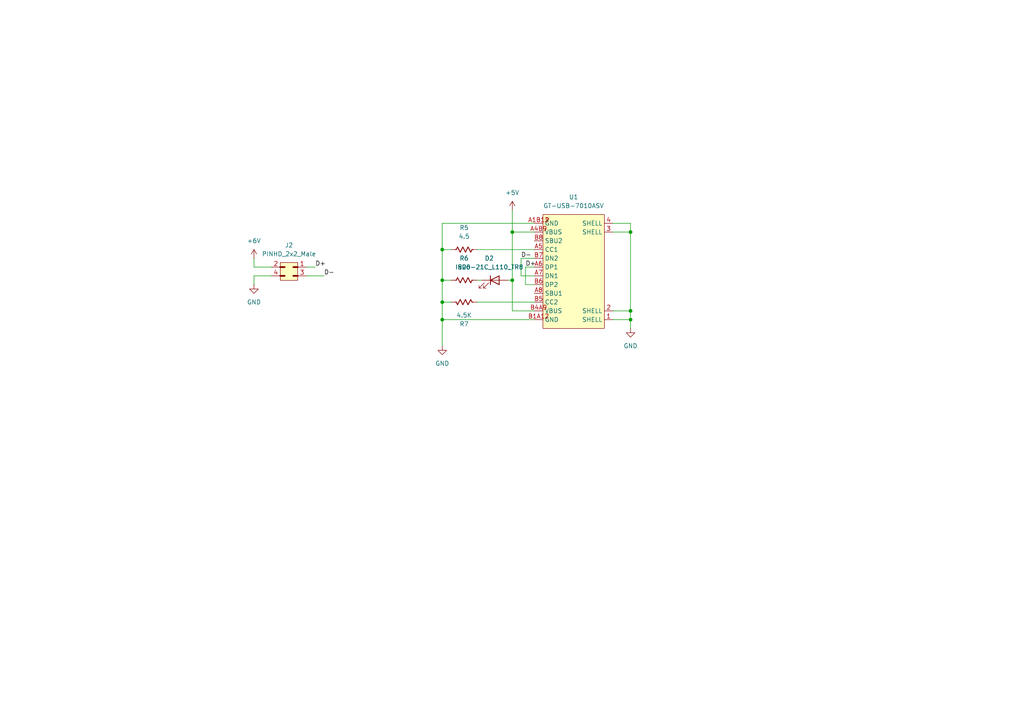
<source format=kicad_sch>
(kicad_sch
	(version 20250114)
	(generator "eeschema")
	(generator_version "9.0")
	(uuid "337ea9b7-e69a-47dc-85a1-a69003190f09")
	(paper "A4")
	(lib_symbols
		(symbol "EasyEDA:GND"
			(power)
			(pin_numbers
				(hide yes)
			)
			(pin_names
				(offset 0)
				(hide yes)
			)
			(exclude_from_sim no)
			(in_bom yes)
			(on_board yes)
			(property "Reference" "#PWR"
				(at 0 -6.35 0)
				(effects
					(font
						(size 1.27 1.27)
					)
					(hide yes)
				)
			)
			(property "Value" "GND"
				(at 0 -3.81 0)
				(effects
					(font
						(size 1.27 1.27)
					)
				)
			)
			(property "Footprint" ""
				(at 0 0 0)
				(effects
					(font
						(size 1.27 1.27)
					)
					(hide yes)
				)
			)
			(property "Datasheet" ""
				(at 0 0 0)
				(effects
					(font
						(size 1.27 1.27)
					)
					(hide yes)
				)
			)
			(property "Description" "Power symbol creates a global label with name \"GND\" , ground"
				(at 0 0 0)
				(effects
					(font
						(size 1.27 1.27)
					)
					(hide yes)
				)
			)
			(property "ki_keywords" "global power"
				(at 0 0 0)
				(effects
					(font
						(size 1.27 1.27)
					)
					(hide yes)
				)
			)
			(symbol "GND_0_1"
				(polyline
					(pts
						(xy 0 0) (xy 0 -1.27) (xy 1.27 -1.27) (xy 0 -2.54) (xy -1.27 -1.27) (xy 0 -1.27)
					)
					(stroke
						(width 0)
						(type default)
					)
					(fill
						(type none)
					)
				)
			)
			(symbol "GND_1_1"
				(pin power_in line
					(at 0 0 270)
					(length 0)
					(name "~"
						(effects
							(font
								(size 1.27 1.27)
							)
						)
					)
					(number "1"
						(effects
							(font
								(size 1.27 1.27)
							)
						)
					)
				)
			)
			(embedded_fonts no)
		)
		(symbol "EasyEDA:GT-USB-7010ASV"
			(exclude_from_sim no)
			(in_bom yes)
			(on_board yes)
			(property "Reference" "U"
				(at 0 20.32 0)
				(effects
					(font
						(size 1.27 1.27)
					)
				)
			)
			(property "Value" "GT-USB-7010ASV"
				(at 0 -17.78 0)
				(effects
					(font
						(size 1.27 1.27)
					)
				)
			)
			(property "Footprint" "EasyEDA:USB-C-SMD_G-SWITCH_GT-USB-7010ASV"
				(at 0 -20.32 0)
				(effects
					(font
						(size 1.27 1.27)
					)
					(hide yes)
				)
			)
			(property "Datasheet" ""
				(at 0 0 0)
				(effects
					(font
						(size 1.27 1.27)
					)
					(hide yes)
				)
			)
			(property "Description" ""
				(at 0 0 0)
				(effects
					(font
						(size 1.27 1.27)
					)
					(hide yes)
				)
			)
			(property "LCSC Part" "C2988369"
				(at 0 -22.86 0)
				(effects
					(font
						(size 1.27 1.27)
					)
					(hide yes)
				)
			)
			(symbol "GT-USB-7010ASV_0_1"
				(rectangle
					(start -10.16 17.78)
					(end 7.62 -15.24)
					(stroke
						(width 0)
						(type default)
					)
					(fill
						(type background)
					)
				)
				(circle
					(center -8.89 16.51)
					(radius 0.38)
					(stroke
						(width 0)
						(type default)
					)
					(fill
						(type none)
					)
				)
				(pin unspecified line
					(at -12.7 15.24 0)
					(length 2.54)
					(name "GND"
						(effects
							(font
								(size 1.27 1.27)
							)
						)
					)
					(number "A1B12"
						(effects
							(font
								(size 1.27 1.27)
							)
						)
					)
				)
				(pin unspecified line
					(at -12.7 12.7 0)
					(length 2.54)
					(name "VBUS"
						(effects
							(font
								(size 1.27 1.27)
							)
						)
					)
					(number "A4B9"
						(effects
							(font
								(size 1.27 1.27)
							)
						)
					)
				)
				(pin unspecified line
					(at -12.7 10.16 0)
					(length 2.54)
					(name "SBU2"
						(effects
							(font
								(size 1.27 1.27)
							)
						)
					)
					(number "B8"
						(effects
							(font
								(size 1.27 1.27)
							)
						)
					)
				)
				(pin unspecified line
					(at -12.7 7.62 0)
					(length 2.54)
					(name "CC1"
						(effects
							(font
								(size 1.27 1.27)
							)
						)
					)
					(number "A5"
						(effects
							(font
								(size 1.27 1.27)
							)
						)
					)
				)
				(pin unspecified line
					(at -12.7 5.08 0)
					(length 2.54)
					(name "DN2"
						(effects
							(font
								(size 1.27 1.27)
							)
						)
					)
					(number "B7"
						(effects
							(font
								(size 1.27 1.27)
							)
						)
					)
				)
				(pin unspecified line
					(at -12.7 2.54 0)
					(length 2.54)
					(name "DP1"
						(effects
							(font
								(size 1.27 1.27)
							)
						)
					)
					(number "A6"
						(effects
							(font
								(size 1.27 1.27)
							)
						)
					)
				)
				(pin unspecified line
					(at -12.7 0 0)
					(length 2.54)
					(name "DN1"
						(effects
							(font
								(size 1.27 1.27)
							)
						)
					)
					(number "A7"
						(effects
							(font
								(size 1.27 1.27)
							)
						)
					)
				)
				(pin unspecified line
					(at -12.7 -2.54 0)
					(length 2.54)
					(name "DP2"
						(effects
							(font
								(size 1.27 1.27)
							)
						)
					)
					(number "B6"
						(effects
							(font
								(size 1.27 1.27)
							)
						)
					)
				)
				(pin unspecified line
					(at -12.7 -5.08 0)
					(length 2.54)
					(name "SBU1"
						(effects
							(font
								(size 1.27 1.27)
							)
						)
					)
					(number "A8"
						(effects
							(font
								(size 1.27 1.27)
							)
						)
					)
				)
				(pin unspecified line
					(at -12.7 -7.62 0)
					(length 2.54)
					(name "CC2"
						(effects
							(font
								(size 1.27 1.27)
							)
						)
					)
					(number "B5"
						(effects
							(font
								(size 1.27 1.27)
							)
						)
					)
				)
				(pin unspecified line
					(at -12.7 -10.16 0)
					(length 2.54)
					(name "VBUS"
						(effects
							(font
								(size 1.27 1.27)
							)
						)
					)
					(number "B4A9"
						(effects
							(font
								(size 1.27 1.27)
							)
						)
					)
				)
				(pin unspecified line
					(at -12.7 -12.7 0)
					(length 2.54)
					(name "GND"
						(effects
							(font
								(size 1.27 1.27)
							)
						)
					)
					(number "B1A12"
						(effects
							(font
								(size 1.27 1.27)
							)
						)
					)
				)
				(pin unspecified line
					(at 10.16 15.24 180)
					(length 2.54)
					(name "SHELL"
						(effects
							(font
								(size 1.27 1.27)
							)
						)
					)
					(number "4"
						(effects
							(font
								(size 1.27 1.27)
							)
						)
					)
				)
				(pin unspecified line
					(at 10.16 12.7 180)
					(length 2.54)
					(name "SHELL"
						(effects
							(font
								(size 1.27 1.27)
							)
						)
					)
					(number "3"
						(effects
							(font
								(size 1.27 1.27)
							)
						)
					)
				)
				(pin unspecified line
					(at 10.16 -10.16 180)
					(length 2.54)
					(name "SHELL"
						(effects
							(font
								(size 1.27 1.27)
							)
						)
					)
					(number "2"
						(effects
							(font
								(size 1.27 1.27)
							)
						)
					)
				)
				(pin unspecified line
					(at 10.16 -12.7 180)
					(length 2.54)
					(name "SHELL"
						(effects
							(font
								(size 1.27 1.27)
							)
						)
					)
					(number "1"
						(effects
							(font
								(size 1.27 1.27)
							)
						)
					)
				)
			)
			(embedded_fonts no)
		)
		(symbol "EasyEDA:R_0603"
			(pin_numbers
				(hide yes)
			)
			(pin_names
				(offset 0)
			)
			(exclude_from_sim no)
			(in_bom yes)
			(on_board yes)
			(property "Reference" "R"
				(at 2.54 1.27 0)
				(effects
					(font
						(size 1.27 1.27)
					)
					(justify left)
				)
			)
			(property "Value" "R_0603"
				(at 2.54 -1.27 0)
				(effects
					(font
						(size 1.27 1.27)
					)
					(justify left)
				)
			)
			(property "Footprint" "PCM_Resistor_SMD_AKL:R_0603_1608Metric"
				(at 0 -11.43 0)
				(effects
					(font
						(size 1.27 1.27)
					)
					(hide yes)
				)
			)
			(property "Datasheet" "~"
				(at 0 0 0)
				(effects
					(font
						(size 1.27 1.27)
					)
					(hide yes)
				)
			)
			(property "Description" "SMD 0603 Chip Resistor, US Symbol, Alternate KiCad Library"
				(at 0 0 0)
				(effects
					(font
						(size 1.27 1.27)
					)
					(hide yes)
				)
			)
			(property "ki_keywords" "R res resistor us SMD 0603"
				(at 0 0 0)
				(effects
					(font
						(size 1.27 1.27)
					)
					(hide yes)
				)
			)
			(property "ki_fp_filters" "R_*"
				(at 0 0 0)
				(effects
					(font
						(size 1.27 1.27)
					)
					(hide yes)
				)
			)
			(symbol "R_0603_0_1"
				(polyline
					(pts
						(xy 0 2.286) (xy 0 2.54)
					)
					(stroke
						(width 0.254)
						(type default)
					)
					(fill
						(type none)
					)
				)
				(polyline
					(pts
						(xy 0 2.286) (xy 0.762 1.905) (xy -0.762 1.143) (xy 0 0.762) (xy 0.762 0.381) (xy 0 0) (xy -0.762 -0.381)
						(xy 0 -0.762) (xy 0.762 -1.143) (xy 0 -1.524) (xy -0.762 -1.905) (xy 0 -2.286)
					)
					(stroke
						(width 0.254)
						(type default)
					)
					(fill
						(type none)
					)
				)
				(polyline
					(pts
						(xy 0 -2.286) (xy 0 -2.54)
					)
					(stroke
						(width 0.254)
						(type default)
					)
					(fill
						(type none)
					)
				)
			)
			(symbol "R_0603_0_2"
				(polyline
					(pts
						(xy -2.54 -2.54) (xy -1.778 -1.778)
					)
					(stroke
						(width 0)
						(type default)
					)
					(fill
						(type none)
					)
				)
				(polyline
					(pts
						(xy -1.778 -1.778) (xy -1.524 -1.524)
					)
					(stroke
						(width 0.254)
						(type default)
					)
					(fill
						(type none)
					)
				)
				(polyline
					(pts
						(xy -1.524 -1.524) (xy -1.778 -0.762) (xy -1.016 -1.016)
					)
					(stroke
						(width 0.254)
						(type default)
					)
					(fill
						(type none)
					)
				)
				(polyline
					(pts
						(xy -0.508 -0.508) (xy -0.762 0.254) (xy 0 0)
					)
					(stroke
						(width 0.254)
						(type default)
					)
					(fill
						(type none)
					)
				)
				(polyline
					(pts
						(xy -0.508 -0.508) (xy -0.254 -1.27) (xy -1.016 -1.016)
					)
					(stroke
						(width 0.254)
						(type default)
					)
					(fill
						(type none)
					)
				)
				(polyline
					(pts
						(xy 0.508 0.508) (xy 0.254 1.27) (xy 1.016 1.016)
					)
					(stroke
						(width 0.254)
						(type default)
					)
					(fill
						(type none)
					)
				)
				(polyline
					(pts
						(xy 0.508 0.508) (xy 0.762 -0.254) (xy 0 0)
					)
					(stroke
						(width 0.254)
						(type default)
					)
					(fill
						(type none)
					)
				)
				(polyline
					(pts
						(xy 1.524 1.524) (xy 1.778 0.762) (xy 1.016 1.016)
					)
					(stroke
						(width 0.254)
						(type default)
					)
					(fill
						(type none)
					)
				)
				(polyline
					(pts
						(xy 1.778 1.778) (xy 1.524 1.524)
					)
					(stroke
						(width 0.254)
						(type default)
					)
					(fill
						(type none)
					)
				)
				(polyline
					(pts
						(xy 1.778 1.778) (xy 2.54 2.54)
					)
					(stroke
						(width 0)
						(type default)
					)
					(fill
						(type none)
					)
				)
			)
			(symbol "R_0603_1_1"
				(pin passive line
					(at 0 3.81 270)
					(length 1.27)
					(name "~"
						(effects
							(font
								(size 1.27 1.27)
							)
						)
					)
					(number "1"
						(effects
							(font
								(size 1.27 1.27)
							)
						)
					)
				)
				(pin passive line
					(at 0 -3.81 90)
					(length 1.27)
					(name "~"
						(effects
							(font
								(size 1.27 1.27)
							)
						)
					)
					(number "2"
						(effects
							(font
								(size 1.27 1.27)
							)
						)
					)
				)
			)
			(symbol "R_0603_1_2"
				(pin passive line
					(at -2.54 -2.54 0)
					(length 0)
					(name ""
						(effects
							(font
								(size 1.27 1.27)
							)
						)
					)
					(number "2"
						(effects
							(font
								(size 1.27 1.27)
							)
						)
					)
				)
				(pin passive line
					(at 2.54 2.54 180)
					(length 0)
					(name ""
						(effects
							(font
								(size 1.27 1.27)
							)
						)
					)
					(number "1"
						(effects
							(font
								(size 1.27 1.27)
							)
						)
					)
				)
			)
			(embedded_fonts no)
		)
		(symbol "LED:IR26-21C_L110_TR8"
			(pin_numbers
				(hide yes)
			)
			(pin_names
				(offset 1.016)
				(hide yes)
			)
			(exclude_from_sim no)
			(in_bom yes)
			(on_board yes)
			(property "Reference" "D"
				(at 0 2.54 0)
				(effects
					(font
						(size 1.27 1.27)
					)
				)
			)
			(property "Value" "IR26-21C_L110_TR8"
				(at 0 -3.81 0)
				(effects
					(font
						(size 1.27 1.27)
					)
				)
			)
			(property "Footprint" "LED_SMD:LED_1206_3216Metric"
				(at 0 5.08 0)
				(effects
					(font
						(size 1.27 1.27)
					)
					(hide yes)
				)
			)
			(property "Datasheet" "http://www.everlight.com/file/ProductFile/IR26-21C-L110-TR8.pdf"
				(at 0 0 0)
				(effects
					(font
						(size 1.27 1.27)
					)
					(hide yes)
				)
			)
			(property "Description" "940nm, 20 deg, Infrared LED, 1206"
				(at 0 0 0)
				(effects
					(font
						(size 1.27 1.27)
					)
					(hide yes)
				)
			)
			(property "ki_keywords" "IR LED"
				(at 0 0 0)
				(effects
					(font
						(size 1.27 1.27)
					)
					(hide yes)
				)
			)
			(property "ki_fp_filters" "LED*1206*3216Metric*"
				(at 0 0 0)
				(effects
					(font
						(size 1.27 1.27)
					)
					(hide yes)
				)
			)
			(symbol "IR26-21C_L110_TR8_0_1"
				(polyline
					(pts
						(xy -3.048 -0.762) (xy -4.572 -2.286) (xy -3.81 -2.286) (xy -4.572 -2.286) (xy -4.572 -1.524)
					)
					(stroke
						(width 0)
						(type default)
					)
					(fill
						(type none)
					)
				)
				(polyline
					(pts
						(xy -1.778 -0.762) (xy -3.302 -2.286) (xy -2.54 -2.286) (xy -3.302 -2.286) (xy -3.302 -1.524)
					)
					(stroke
						(width 0)
						(type default)
					)
					(fill
						(type none)
					)
				)
				(polyline
					(pts
						(xy -1.27 0) (xy 1.27 0)
					)
					(stroke
						(width 0)
						(type default)
					)
					(fill
						(type none)
					)
				)
				(polyline
					(pts
						(xy -1.27 -1.27) (xy -1.27 1.27)
					)
					(stroke
						(width 0.254)
						(type default)
					)
					(fill
						(type none)
					)
				)
				(polyline
					(pts
						(xy 1.27 -1.27) (xy 1.27 1.27) (xy -1.27 0) (xy 1.27 -1.27)
					)
					(stroke
						(width 0.254)
						(type default)
					)
					(fill
						(type none)
					)
				)
			)
			(symbol "IR26-21C_L110_TR8_1_1"
				(pin passive line
					(at -3.81 0 0)
					(length 2.54)
					(name "K"
						(effects
							(font
								(size 1.27 1.27)
							)
						)
					)
					(number "1"
						(effects
							(font
								(size 1.27 1.27)
							)
						)
					)
				)
				(pin passive line
					(at 3.81 0 180)
					(length 2.54)
					(name "A"
						(effects
							(font
								(size 1.27 1.27)
							)
						)
					)
					(number "2"
						(effects
							(font
								(size 1.27 1.27)
							)
						)
					)
				)
			)
			(embedded_fonts no)
		)
		(symbol "PCM_SL_Pin_Headers:PINHD_2x2_Male"
			(exclude_from_sim no)
			(in_bom yes)
			(on_board yes)
			(property "Reference" "J"
				(at -1.27 6.35 0)
				(effects
					(font
						(size 1.27 1.27)
					)
				)
			)
			(property "Value" "PINHD_2x2_Male"
				(at -1.27 3.81 0)
				(effects
					(font
						(size 1.27 1.27)
					)
				)
			)
			(property "Footprint" "Connector_PinHeader_2.54mm:PinHeader_2x02_P2.54mm_Vertical"
				(at 0 -3.81 0)
				(effects
					(font
						(size 1.27 1.27)
					)
					(hide yes)
				)
			)
			(property "Datasheet" ""
				(at -1.27 7.62 0)
				(effects
					(font
						(size 1.27 1.27)
					)
					(hide yes)
				)
			)
			(property "Description" "Pin Header male with pin space 2.54mm. Pin Count -4"
				(at 0 0 0)
				(effects
					(font
						(size 1.27 1.27)
					)
					(hide yes)
				)
			)
			(property "ki_keywords" "Pin Header"
				(at 0 0 0)
				(effects
					(font
						(size 1.27 1.27)
					)
					(hide yes)
				)
			)
			(property "ki_fp_filters" "PinHeader_2x02_P2.54mm*"
				(at 0 0 0)
				(effects
					(font
						(size 1.27 1.27)
					)
					(hide yes)
				)
			)
			(symbol "PINHD_2x2_Male_0_1"
				(rectangle
					(start -2.54 2.54)
					(end 2.54 -2.54)
					(stroke
						(width 0)
						(type default)
					)
					(fill
						(type background)
					)
				)
				(polyline
					(pts
						(xy -2.54 1.27) (xy -1.27 1.27)
					)
					(stroke
						(width 0.5)
						(type default)
					)
					(fill
						(type none)
					)
				)
				(polyline
					(pts
						(xy -2.54 -1.27) (xy -1.27 -1.27)
					)
					(stroke
						(width 0.3)
						(type default)
					)
					(fill
						(type none)
					)
				)
				(polyline
					(pts
						(xy -2.54 -1.27) (xy -1.27 -1.27)
					)
					(stroke
						(width 0.5)
						(type default)
					)
					(fill
						(type none)
					)
				)
				(polyline
					(pts
						(xy 1.27 1.27) (xy 2.54 1.27)
					)
					(stroke
						(width 0.5)
						(type default)
					)
					(fill
						(type none)
					)
				)
				(polyline
					(pts
						(xy 1.27 -1.27) (xy 2.54 -1.27)
					)
					(stroke
						(width 0.5)
						(type default)
					)
					(fill
						(type none)
					)
				)
			)
			(symbol "PINHD_2x2_Male_1_1"
				(pin passive line
					(at -5.08 1.27 0)
					(length 2.54)
					(name ""
						(effects
							(font
								(size 1.27 1.27)
							)
						)
					)
					(number "1"
						(effects
							(font
								(size 1.27 1.27)
							)
						)
					)
				)
				(pin passive line
					(at -5.08 -1.27 0)
					(length 2.54)
					(name ""
						(effects
							(font
								(size 1.27 1.27)
							)
						)
					)
					(number "3"
						(effects
							(font
								(size 1.27 1.27)
							)
						)
					)
				)
				(pin passive line
					(at 5.08 1.27 180)
					(length 2.54)
					(name ""
						(effects
							(font
								(size 1.27 1.27)
							)
						)
					)
					(number "2"
						(effects
							(font
								(size 1.27 1.27)
							)
						)
					)
				)
				(pin passive line
					(at 5.08 -1.27 180)
					(length 2.54)
					(name ""
						(effects
							(font
								(size 1.27 1.27)
							)
						)
					)
					(number "4"
						(effects
							(font
								(size 1.27 1.27)
							)
						)
					)
				)
			)
			(embedded_fonts no)
		)
		(symbol "power:+5V"
			(power)
			(pin_numbers
				(hide yes)
			)
			(pin_names
				(offset 0)
				(hide yes)
			)
			(exclude_from_sim no)
			(in_bom yes)
			(on_board yes)
			(property "Reference" "#PWR"
				(at 0 -3.81 0)
				(effects
					(font
						(size 1.27 1.27)
					)
					(hide yes)
				)
			)
			(property "Value" "+5V"
				(at 0 3.556 0)
				(effects
					(font
						(size 1.27 1.27)
					)
				)
			)
			(property "Footprint" ""
				(at 0 0 0)
				(effects
					(font
						(size 1.27 1.27)
					)
					(hide yes)
				)
			)
			(property "Datasheet" ""
				(at 0 0 0)
				(effects
					(font
						(size 1.27 1.27)
					)
					(hide yes)
				)
			)
			(property "Description" "Power symbol creates a global label with name \"+5V\""
				(at 0 0 0)
				(effects
					(font
						(size 1.27 1.27)
					)
					(hide yes)
				)
			)
			(property "ki_keywords" "global power"
				(at 0 0 0)
				(effects
					(font
						(size 1.27 1.27)
					)
					(hide yes)
				)
			)
			(symbol "+5V_0_1"
				(polyline
					(pts
						(xy -0.762 1.27) (xy 0 2.54)
					)
					(stroke
						(width 0)
						(type default)
					)
					(fill
						(type none)
					)
				)
				(polyline
					(pts
						(xy 0 2.54) (xy 0.762 1.27)
					)
					(stroke
						(width 0)
						(type default)
					)
					(fill
						(type none)
					)
				)
				(polyline
					(pts
						(xy 0 0) (xy 0 2.54)
					)
					(stroke
						(width 0)
						(type default)
					)
					(fill
						(type none)
					)
				)
			)
			(symbol "+5V_1_1"
				(pin power_in line
					(at 0 0 90)
					(length 0)
					(name "~"
						(effects
							(font
								(size 1.27 1.27)
							)
						)
					)
					(number "1"
						(effects
							(font
								(size 1.27 1.27)
							)
						)
					)
				)
			)
			(embedded_fonts no)
		)
	)
	(junction
		(at 182.88 67.31)
		(diameter 0)
		(color 0 0 0 0)
		(uuid "0028ebb5-a4a4-489a-ad8f-a418d034c1f0")
	)
	(junction
		(at 128.27 72.39)
		(diameter 0)
		(color 0 0 0 0)
		(uuid "0ff37371-67d2-4200-aeb4-0f019f15e447")
	)
	(junction
		(at 128.27 87.63)
		(diameter 0)
		(color 0 0 0 0)
		(uuid "7187638c-c957-4904-bee1-4e75ab596774")
	)
	(junction
		(at 128.27 92.71)
		(diameter 0)
		(color 0 0 0 0)
		(uuid "74ad5f45-ec9f-45a3-a783-53444584f4c8")
	)
	(junction
		(at 128.27 81.28)
		(diameter 0)
		(color 0 0 0 0)
		(uuid "9f8da07b-61d0-4cf4-8dfd-58515248784a")
	)
	(junction
		(at 182.88 90.17)
		(diameter 0)
		(color 0 0 0 0)
		(uuid "c89993ac-5ffb-4931-b065-ef98ac800d96")
	)
	(junction
		(at 148.59 67.31)
		(diameter 0)
		(color 0 0 0 0)
		(uuid "d260a024-7f67-4f72-89e2-79ba048ca6be")
	)
	(junction
		(at 182.88 92.71)
		(diameter 0)
		(color 0 0 0 0)
		(uuid "d83f027c-3d22-41f5-92e6-1518a7b35448")
	)
	(junction
		(at 148.59 81.28)
		(diameter 0)
		(color 0 0 0 0)
		(uuid "ed16c892-0bb0-415d-bcf1-2951418e315a")
	)
	(wire
		(pts
			(xy 73.66 74.93) (xy 73.66 77.47)
		)
		(stroke
			(width 0)
			(type default)
		)
		(uuid "05cce6c4-81ea-4418-9ad8-49b134868665")
	)
	(wire
		(pts
			(xy 128.27 87.63) (xy 128.27 92.71)
		)
		(stroke
			(width 0)
			(type default)
		)
		(uuid "0c94a27e-5fee-4c26-ae16-2243833a3b1d")
	)
	(wire
		(pts
			(xy 138.43 72.39) (xy 154.94 72.39)
		)
		(stroke
			(width 0)
			(type default)
		)
		(uuid "26697aeb-5b4b-4422-818d-a52fe6d4c536")
	)
	(wire
		(pts
			(xy 154.94 74.93) (xy 151.13 74.93)
		)
		(stroke
			(width 0)
			(type default)
		)
		(uuid "283d87e6-5008-4ce8-a9a9-9faa290852b1")
	)
	(wire
		(pts
			(xy 182.88 64.77) (xy 182.88 67.31)
		)
		(stroke
			(width 0)
			(type default)
		)
		(uuid "3deb4886-00d2-4a9a-8a53-fc335e245dce")
	)
	(wire
		(pts
			(xy 177.8 90.17) (xy 182.88 90.17)
		)
		(stroke
			(width 0)
			(type default)
		)
		(uuid "42b410ef-40cc-41e8-9511-7ec5fd74fde5")
	)
	(wire
		(pts
			(xy 177.8 64.77) (xy 182.88 64.77)
		)
		(stroke
			(width 0)
			(type default)
		)
		(uuid "444b9d65-51ba-4796-86ff-8298a746ad96")
	)
	(wire
		(pts
			(xy 88.9 77.47) (xy 91.44 77.47)
		)
		(stroke
			(width 0)
			(type default)
		)
		(uuid "49f7bb95-0f9c-4557-b739-2d3c644876e9")
	)
	(wire
		(pts
			(xy 73.66 82.55) (xy 73.66 80.01)
		)
		(stroke
			(width 0)
			(type default)
		)
		(uuid "5132fc74-4623-4265-a3ed-68d815c582d3")
	)
	(wire
		(pts
			(xy 138.43 87.63) (xy 154.94 87.63)
		)
		(stroke
			(width 0)
			(type default)
		)
		(uuid "5cabf04b-af9c-4173-836e-41b1a0c266fb")
	)
	(wire
		(pts
			(xy 130.81 72.39) (xy 128.27 72.39)
		)
		(stroke
			(width 0)
			(type default)
		)
		(uuid "5e186725-cf4a-430f-b5a8-d70411928b90")
	)
	(wire
		(pts
			(xy 73.66 80.01) (xy 78.74 80.01)
		)
		(stroke
			(width 0)
			(type default)
		)
		(uuid "61a180ba-01ff-4f6a-a8bf-38c224b9019f")
	)
	(wire
		(pts
			(xy 182.88 67.31) (xy 182.88 90.17)
		)
		(stroke
			(width 0)
			(type default)
		)
		(uuid "63667ee2-e50c-4240-a89d-ee6b10f30841")
	)
	(wire
		(pts
			(xy 148.59 90.17) (xy 154.94 90.17)
		)
		(stroke
			(width 0)
			(type default)
		)
		(uuid "6ead61ca-0861-43db-9275-85797d9e464e")
	)
	(wire
		(pts
			(xy 138.43 81.28) (xy 139.7 81.28)
		)
		(stroke
			(width 0)
			(type default)
		)
		(uuid "71391660-0016-4da2-b3e5-63acdcaec3c6")
	)
	(wire
		(pts
			(xy 73.66 77.47) (xy 78.74 77.47)
		)
		(stroke
			(width 0)
			(type default)
		)
		(uuid "71a3e313-fd1a-41cc-ab24-18347db40339")
	)
	(wire
		(pts
			(xy 151.13 80.01) (xy 154.94 80.01)
		)
		(stroke
			(width 0)
			(type default)
		)
		(uuid "7f7f6241-a058-4acd-8461-4c4f8c64b7da")
	)
	(wire
		(pts
			(xy 152.4 77.47) (xy 152.4 82.55)
		)
		(stroke
			(width 0)
			(type default)
		)
		(uuid "7f87c12a-8c92-4796-9350-772edae0b6f2")
	)
	(wire
		(pts
			(xy 128.27 92.71) (xy 154.94 92.71)
		)
		(stroke
			(width 0)
			(type default)
		)
		(uuid "84cd48ee-09c2-40ff-9119-24f2cd288f3e")
	)
	(wire
		(pts
			(xy 128.27 92.71) (xy 128.27 100.33)
		)
		(stroke
			(width 0)
			(type default)
		)
		(uuid "8accf446-273a-45a0-b1fa-446b78ebaae8")
	)
	(wire
		(pts
			(xy 182.88 90.17) (xy 182.88 92.71)
		)
		(stroke
			(width 0)
			(type default)
		)
		(uuid "8d48e719-d993-4f7a-835c-bc60a8c8bd82")
	)
	(wire
		(pts
			(xy 128.27 81.28) (xy 128.27 87.63)
		)
		(stroke
			(width 0)
			(type default)
		)
		(uuid "97de58ef-5e60-4107-9d60-89f48fa4b367")
	)
	(wire
		(pts
			(xy 148.59 81.28) (xy 148.59 90.17)
		)
		(stroke
			(width 0)
			(type default)
		)
		(uuid "a0d7bc50-3836-4c1d-8b1d-672a97ac8605")
	)
	(wire
		(pts
			(xy 154.94 64.77) (xy 128.27 64.77)
		)
		(stroke
			(width 0)
			(type default)
		)
		(uuid "a0da2036-9c5c-431d-9227-274d157054c6")
	)
	(wire
		(pts
			(xy 88.9 80.01) (xy 93.98 80.01)
		)
		(stroke
			(width 0)
			(type default)
		)
		(uuid "ab8008e8-bd56-42f8-9a30-578e1e97f219")
	)
	(wire
		(pts
			(xy 148.59 67.31) (xy 148.59 81.28)
		)
		(stroke
			(width 0)
			(type default)
		)
		(uuid "b2b12505-03e4-410e-b657-ea717b7b9d8f")
	)
	(wire
		(pts
			(xy 128.27 87.63) (xy 130.81 87.63)
		)
		(stroke
			(width 0)
			(type default)
		)
		(uuid "b401399a-df12-48e3-8550-aeec0cda6f16")
	)
	(wire
		(pts
			(xy 177.8 67.31) (xy 182.88 67.31)
		)
		(stroke
			(width 0)
			(type default)
		)
		(uuid "b8b02950-6ceb-401a-8fa8-a69e3e29ea49")
	)
	(wire
		(pts
			(xy 128.27 72.39) (xy 128.27 81.28)
		)
		(stroke
			(width 0)
			(type default)
		)
		(uuid "c5df665c-8ca4-43d6-8f33-e0118ebe0903")
	)
	(wire
		(pts
			(xy 128.27 64.77) (xy 128.27 72.39)
		)
		(stroke
			(width 0)
			(type default)
		)
		(uuid "c83053ce-dc5c-42d7-9fc9-a2ac0a44d57c")
	)
	(wire
		(pts
			(xy 151.13 74.93) (xy 151.13 80.01)
		)
		(stroke
			(width 0)
			(type default)
		)
		(uuid "ca0ba97f-70e1-4172-bfae-56687b80dfd1")
	)
	(wire
		(pts
			(xy 148.59 81.28) (xy 147.32 81.28)
		)
		(stroke
			(width 0)
			(type default)
		)
		(uuid "cc925b11-a781-49d3-a449-25c311ef41bc")
	)
	(wire
		(pts
			(xy 148.59 60.96) (xy 148.59 67.31)
		)
		(stroke
			(width 0)
			(type default)
		)
		(uuid "cd692aa8-72c9-4c4d-93a1-0382fc5d8ccc")
	)
	(wire
		(pts
			(xy 130.81 81.28) (xy 128.27 81.28)
		)
		(stroke
			(width 0)
			(type default)
		)
		(uuid "d68bf7d8-454d-42cc-be87-95eaca62a19c")
	)
	(wire
		(pts
			(xy 182.88 92.71) (xy 177.8 92.71)
		)
		(stroke
			(width 0)
			(type default)
		)
		(uuid "d83bc227-e8ea-4f55-8712-8dbefa607e26")
	)
	(wire
		(pts
			(xy 182.88 92.71) (xy 182.88 95.25)
		)
		(stroke
			(width 0)
			(type default)
		)
		(uuid "e4109025-1c1d-47f5-b9a8-ddbb2ce88a8c")
	)
	(wire
		(pts
			(xy 154.94 77.47) (xy 152.4 77.47)
		)
		(stroke
			(width 0)
			(type default)
		)
		(uuid "f9aafa41-ccfc-4c39-8db2-26f99ec36f86")
	)
	(wire
		(pts
			(xy 152.4 82.55) (xy 154.94 82.55)
		)
		(stroke
			(width 0)
			(type default)
		)
		(uuid "fc96c3de-be95-49b1-993c-265d7b630ce4")
	)
	(wire
		(pts
			(xy 154.94 67.31) (xy 148.59 67.31)
		)
		(stroke
			(width 0)
			(type default)
		)
		(uuid "ff0025bb-559b-4b2e-bedf-c4646bc00c4a")
	)
	(label "D+"
		(at 91.44 77.47 0)
		(effects
			(font
				(size 1.27 1.27)
			)
			(justify left bottom)
		)
		(uuid "0c981306-3252-4662-9cbd-9108c5cd9b61")
	)
	(label "D+"
		(at 152.4 77.47 0)
		(effects
			(font
				(size 1.27 1.27)
			)
			(justify left bottom)
		)
		(uuid "505e6fa9-e352-42c0-b440-e1e2ff1d1e42")
	)
	(label "D-"
		(at 93.98 80.01 0)
		(effects
			(font
				(size 1.27 1.27)
			)
			(justify left bottom)
		)
		(uuid "bf535eea-fabe-4b71-86d1-2f1b499d36bc")
	)
	(label "D-"
		(at 151.13 74.93 0)
		(effects
			(font
				(size 1.27 1.27)
			)
			(justify left bottom)
		)
		(uuid "cd5262ca-792d-47a5-828f-be7dac36b7ab")
	)
	(symbol
		(lib_id "power:+5V")
		(at 148.59 60.96 0)
		(unit 1)
		(exclude_from_sim no)
		(in_bom yes)
		(on_board yes)
		(dnp no)
		(fields_autoplaced yes)
		(uuid "0b4718e6-8ea9-4212-97a3-d794e9dcf3af")
		(property "Reference" "#PWR03"
			(at 148.59 64.77 0)
			(effects
				(font
					(size 1.27 1.27)
				)
				(hide yes)
			)
		)
		(property "Value" "+5V"
			(at 148.59 55.88 0)
			(effects
				(font
					(size 1.27 1.27)
				)
			)
		)
		(property "Footprint" ""
			(at 148.59 60.96 0)
			(effects
				(font
					(size 1.27 1.27)
				)
				(hide yes)
			)
		)
		(property "Datasheet" ""
			(at 148.59 60.96 0)
			(effects
				(font
					(size 1.27 1.27)
				)
				(hide yes)
			)
		)
		(property "Description" "Power symbol creates a global label with name \"+5V\""
			(at 148.59 60.96 0)
			(effects
				(font
					(size 1.27 1.27)
				)
				(hide yes)
			)
		)
		(pin "1"
			(uuid "9db9e80c-4444-4f65-990e-537cd314677b")
		)
		(instances
			(project ""
				(path "/337ea9b7-e69a-47dc-85a1-a69003190f09"
					(reference "#PWR03")
					(unit 1)
				)
			)
		)
	)
	(symbol
		(lib_id "power:+5V")
		(at 73.66 74.93 0)
		(unit 1)
		(exclude_from_sim no)
		(in_bom yes)
		(on_board yes)
		(dnp no)
		(fields_autoplaced yes)
		(uuid "2a631014-06a4-4b58-89b8-c9172606dae5")
		(property "Reference" "#PWR05"
			(at 73.66 78.74 0)
			(effects
				(font
					(size 1.27 1.27)
				)
				(hide yes)
			)
		)
		(property "Value" "+6V"
			(at 73.66 69.85 0)
			(effects
				(font
					(size 1.27 1.27)
				)
			)
		)
		(property "Footprint" ""
			(at 73.66 74.93 0)
			(effects
				(font
					(size 1.27 1.27)
				)
				(hide yes)
			)
		)
		(property "Datasheet" ""
			(at 73.66 74.93 0)
			(effects
				(font
					(size 1.27 1.27)
				)
				(hide yes)
			)
		)
		(property "Description" "Power symbol creates a global label with name \"+5V\""
			(at 73.66 74.93 0)
			(effects
				(font
					(size 1.27 1.27)
				)
				(hide yes)
			)
		)
		(pin "1"
			(uuid "6c8a35ce-403e-4c36-9395-5b3455884a1e")
		)
		(instances
			(project "PCB_USB"
				(path "/337ea9b7-e69a-47dc-85a1-a69003190f09"
					(reference "#PWR05")
					(unit 1)
				)
			)
		)
	)
	(symbol
		(lib_id "EasyEDA:R_0603")
		(at 134.62 72.39 90)
		(unit 1)
		(exclude_from_sim no)
		(in_bom yes)
		(on_board yes)
		(dnp no)
		(fields_autoplaced yes)
		(uuid "300750c5-b576-48c9-b25b-860f6dcd5fd9")
		(property "Reference" "R5"
			(at 134.62 66.04 90)
			(effects
				(font
					(size 1.27 1.27)
				)
			)
		)
		(property "Value" "4.5"
			(at 134.62 68.58 90)
			(effects
				(font
					(size 1.27 1.27)
				)
			)
		)
		(property "Footprint" "PCM_Resistor_SMD_AKL:R_0603_1608Metric"
			(at 146.05 72.39 0)
			(effects
				(font
					(size 1.27 1.27)
				)
				(hide yes)
			)
		)
		(property "Datasheet" "~"
			(at 134.62 72.39 0)
			(effects
				(font
					(size 1.27 1.27)
				)
				(hide yes)
			)
		)
		(property "Description" "SMD 0603 Chip Resistor, US Symbol, Alternate KiCad Library"
			(at 134.62 72.39 0)
			(effects
				(font
					(size 1.27 1.27)
				)
				(hide yes)
			)
		)
		(pin "2"
			(uuid "cbe4c446-6351-474d-aacf-376e41fa60b6")
		)
		(pin "1"
			(uuid "6504b2f3-ce12-404a-a9cf-b715dcc57588")
		)
		(instances
			(project "PCB_USB"
				(path "/337ea9b7-e69a-47dc-85a1-a69003190f09"
					(reference "R5")
					(unit 1)
				)
			)
		)
	)
	(symbol
		(lib_id "EasyEDA:R_0603")
		(at 134.62 81.28 90)
		(unit 1)
		(exclude_from_sim no)
		(in_bom yes)
		(on_board yes)
		(dnp no)
		(fields_autoplaced yes)
		(uuid "34e3b188-3c32-4895-a53b-c3a43268d921")
		(property "Reference" "R6"
			(at 134.62 74.93 90)
			(effects
				(font
					(size 1.27 1.27)
				)
			)
		)
		(property "Value" "500"
			(at 134.62 77.47 90)
			(effects
				(font
					(size 1.27 1.27)
				)
			)
		)
		(property "Footprint" "PCM_Resistor_SMD_AKL:R_0603_1608Metric"
			(at 146.05 81.28 0)
			(effects
				(font
					(size 1.27 1.27)
				)
				(hide yes)
			)
		)
		(property "Datasheet" "~"
			(at 134.62 81.28 0)
			(effects
				(font
					(size 1.27 1.27)
				)
				(hide yes)
			)
		)
		(property "Description" "SMD 0603 Chip Resistor, US Symbol, Alternate KiCad Library"
			(at 134.62 81.28 0)
			(effects
				(font
					(size 1.27 1.27)
				)
				(hide yes)
			)
		)
		(pin "2"
			(uuid "dfc14cf3-78ae-498d-a52d-298a5a65aafc")
		)
		(pin "1"
			(uuid "d0630954-22a1-4b4d-b8d5-6281f0776671")
		)
		(instances
			(project "PCB_USB"
				(path "/337ea9b7-e69a-47dc-85a1-a69003190f09"
					(reference "R6")
					(unit 1)
				)
			)
		)
	)
	(symbol
		(lib_id "EasyEDA:GND")
		(at 182.88 95.25 0)
		(unit 1)
		(exclude_from_sim no)
		(in_bom yes)
		(on_board yes)
		(dnp no)
		(fields_autoplaced yes)
		(uuid "3540efb6-8dd3-4031-979f-f19e4172c5c7")
		(property "Reference" "#PWR02"
			(at 182.88 101.6 0)
			(effects
				(font
					(size 1.27 1.27)
				)
				(hide yes)
			)
		)
		(property "Value" "GND"
			(at 182.88 100.33 0)
			(effects
				(font
					(size 1.27 1.27)
				)
			)
		)
		(property "Footprint" ""
			(at 182.88 95.25 0)
			(effects
				(font
					(size 1.27 1.27)
				)
				(hide yes)
			)
		)
		(property "Datasheet" ""
			(at 182.88 95.25 0)
			(effects
				(font
					(size 1.27 1.27)
				)
				(hide yes)
			)
		)
		(property "Description" "Power symbol creates a global label with name \"GND\" , ground"
			(at 182.88 95.25 0)
			(effects
				(font
					(size 1.27 1.27)
				)
				(hide yes)
			)
		)
		(pin "1"
			(uuid "a0ed567e-bc68-43a3-871a-deff4dc04180")
		)
		(instances
			(project "PCB_USB"
				(path "/337ea9b7-e69a-47dc-85a1-a69003190f09"
					(reference "#PWR02")
					(unit 1)
				)
			)
		)
	)
	(symbol
		(lib_id "EasyEDA:R_0603")
		(at 134.62 87.63 90)
		(mirror x)
		(unit 1)
		(exclude_from_sim no)
		(in_bom yes)
		(on_board yes)
		(dnp no)
		(uuid "6effa727-f7e2-4131-9907-65bc5648ac25")
		(property "Reference" "R7"
			(at 134.62 93.98 90)
			(effects
				(font
					(size 1.27 1.27)
				)
			)
		)
		(property "Value" "4.5K"
			(at 134.62 91.44 90)
			(effects
				(font
					(size 1.27 1.27)
				)
			)
		)
		(property "Footprint" "PCM_Resistor_SMD_AKL:R_0603_1608Metric"
			(at 146.05 87.63 0)
			(effects
				(font
					(size 1.27 1.27)
				)
				(hide yes)
			)
		)
		(property "Datasheet" "~"
			(at 134.62 87.63 0)
			(effects
				(font
					(size 1.27 1.27)
				)
				(hide yes)
			)
		)
		(property "Description" "SMD 0603 Chip Resistor, US Symbol, Alternate KiCad Library"
			(at 134.62 87.63 0)
			(effects
				(font
					(size 1.27 1.27)
				)
				(hide yes)
			)
		)
		(pin "2"
			(uuid "131540ca-d3dc-4514-98de-e55382b1b11f")
		)
		(pin "1"
			(uuid "b3d8953e-5f02-4f4f-ac79-a5b48d4fe9dc")
		)
		(instances
			(project "PCB_USB"
				(path "/337ea9b7-e69a-47dc-85a1-a69003190f09"
					(reference "R7")
					(unit 1)
				)
			)
		)
	)
	(symbol
		(lib_id "EasyEDA:GT-USB-7010ASV")
		(at 167.64 80.01 0)
		(unit 1)
		(exclude_from_sim no)
		(in_bom yes)
		(on_board yes)
		(dnp no)
		(fields_autoplaced yes)
		(uuid "7127271c-c139-4182-8c8e-d98e89fba9c9")
		(property "Reference" "U1"
			(at 166.37 57.15 0)
			(effects
				(font
					(size 1.27 1.27)
				)
			)
		)
		(property "Value" "GT-USB-7010ASV"
			(at 166.37 59.69 0)
			(effects
				(font
					(size 1.27 1.27)
				)
			)
		)
		(property "Footprint" "EasyEDA:USB-C-SMD_G-SWITCH_GT-USB-7010ASV"
			(at 167.64 100.33 0)
			(effects
				(font
					(size 1.27 1.27)
				)
				(hide yes)
			)
		)
		(property "Datasheet" ""
			(at 167.64 80.01 0)
			(effects
				(font
					(size 1.27 1.27)
				)
				(hide yes)
			)
		)
		(property "Description" ""
			(at 167.64 80.01 0)
			(effects
				(font
					(size 1.27 1.27)
				)
				(hide yes)
			)
		)
		(property "LCSC Part" "C2988369"
			(at 167.64 102.87 0)
			(effects
				(font
					(size 1.27 1.27)
				)
				(hide yes)
			)
		)
		(pin "A5"
			(uuid "fb4b2272-6ef4-4342-b646-da10a131745f")
		)
		(pin "A7"
			(uuid "6a7eebb4-f636-45c8-bf4d-a271bf95dadc")
		)
		(pin "B6"
			(uuid "d3c04aed-632c-433f-9f17-ac7267ff1780")
		)
		(pin "B5"
			(uuid "976e3ded-29d0-4011-ba72-ff8299a4e5e0")
		)
		(pin "4"
			(uuid "c53c3b25-80cf-462e-bee3-f1e35001d323")
		)
		(pin "B1A12"
			(uuid "b67570e3-dad5-46a3-aabd-d9b6ceaa0def")
		)
		(pin "1"
			(uuid "8d60c572-f1cb-4887-9d08-9b576ed85843")
		)
		(pin "B7"
			(uuid "0199fdf4-786e-4b64-8121-43f448618e2b")
		)
		(pin "B4A9"
			(uuid "46c51219-8cea-42d0-9641-3225323f8826")
		)
		(pin "A4B9"
			(uuid "5800824e-6a88-41aa-9aed-411d534120f6")
		)
		(pin "B8"
			(uuid "bea859c8-56c4-4245-9a56-f41fe8213b34")
		)
		(pin "A8"
			(uuid "920bb705-3267-4763-b2a2-675d6a1b8712")
		)
		(pin "A1B12"
			(uuid "1117b9c7-174f-4bd3-b397-b3c2b5897a6a")
		)
		(pin "A6"
			(uuid "779752df-6a57-4db4-afc5-d4fe87caa8f3")
		)
		(pin "3"
			(uuid "d199e1b1-b0ce-47fe-a420-b86bd88b2d78")
		)
		(pin "2"
			(uuid "f845f4d6-f912-4661-a471-b65b20438dc5")
		)
		(instances
			(project ""
				(path "/337ea9b7-e69a-47dc-85a1-a69003190f09"
					(reference "U1")
					(unit 1)
				)
			)
		)
	)
	(symbol
		(lib_id "PCM_SL_Pin_Headers:PINHD_2x2_Male")
		(at 83.82 78.74 0)
		(mirror y)
		(unit 1)
		(exclude_from_sim no)
		(in_bom yes)
		(on_board yes)
		(dnp no)
		(uuid "7de0f52d-eafe-4ba7-a84c-cf4cce1a2fe5")
		(property "Reference" "J2"
			(at 83.82 71.12 0)
			(effects
				(font
					(size 1.27 1.27)
				)
			)
		)
		(property "Value" "PINHD_2x2_Male"
			(at 83.82 73.66 0)
			(effects
				(font
					(size 1.27 1.27)
				)
			)
		)
		(property "Footprint" "Connector_PinHeader_2.54mm:PinHeader_2x02_P2.54mm_Vertical"
			(at 83.82 82.55 0)
			(effects
				(font
					(size 1.27 1.27)
				)
				(hide yes)
			)
		)
		(property "Datasheet" ""
			(at 85.09 71.12 0)
			(effects
				(font
					(size 1.27 1.27)
				)
				(hide yes)
			)
		)
		(property "Description" "Pin Header male with pin space 2.54mm. Pin Count -4"
			(at 83.82 78.74 0)
			(effects
				(font
					(size 1.27 1.27)
				)
				(hide yes)
			)
		)
		(pin "1"
			(uuid "08c0563d-9f62-4c2d-a979-b2313f5d0534")
		)
		(pin "2"
			(uuid "f7432b77-ed0d-407c-b380-d9e20f71e846")
		)
		(pin "4"
			(uuid "89dd1e07-9a3c-4024-a90b-59e73c71130e")
		)
		(pin "3"
			(uuid "ae95349c-0606-4535-965f-179e9e8ea642")
		)
		(instances
			(project ""
				(path "/337ea9b7-e69a-47dc-85a1-a69003190f09"
					(reference "J2")
					(unit 1)
				)
			)
		)
	)
	(symbol
		(lib_id "LED:IR26-21C_L110_TR8")
		(at 143.51 81.28 0)
		(unit 1)
		(exclude_from_sim no)
		(in_bom yes)
		(on_board yes)
		(dnp no)
		(fields_autoplaced yes)
		(uuid "911f6433-0160-4d24-b842-63607a0b15d1")
		(property "Reference" "D2"
			(at 141.9225 74.93 0)
			(effects
				(font
					(size 1.27 1.27)
				)
			)
		)
		(property "Value" "IR26-21C_L110_TR8"
			(at 141.9225 77.47 0)
			(effects
				(font
					(size 1.27 1.27)
				)
			)
		)
		(property "Footprint" "LED_SMD:LED_1206_3216Metric"
			(at 143.51 76.2 0)
			(effects
				(font
					(size 1.27 1.27)
				)
				(hide yes)
			)
		)
		(property "Datasheet" "http://www.everlight.com/file/ProductFile/IR26-21C-L110-TR8.pdf"
			(at 143.51 81.28 0)
			(effects
				(font
					(size 1.27 1.27)
				)
				(hide yes)
			)
		)
		(property "Description" "940nm, 20 deg, Infrared LED, 1206"
			(at 143.51 81.28 0)
			(effects
				(font
					(size 1.27 1.27)
				)
				(hide yes)
			)
		)
		(pin "2"
			(uuid "8f894d6b-5fa0-4ad8-b4d7-ec3ca40b7a74")
		)
		(pin "1"
			(uuid "99f28db4-480c-4717-961b-0f3d3ed050ee")
		)
		(instances
			(project ""
				(path "/337ea9b7-e69a-47dc-85a1-a69003190f09"
					(reference "D2")
					(unit 1)
				)
			)
		)
	)
	(symbol
		(lib_id "EasyEDA:GND")
		(at 73.66 82.55 0)
		(unit 1)
		(exclude_from_sim no)
		(in_bom yes)
		(on_board yes)
		(dnp no)
		(fields_autoplaced yes)
		(uuid "942b92f4-a4b5-4954-8cba-c03630cc4544")
		(property "Reference" "#PWR04"
			(at 73.66 88.9 0)
			(effects
				(font
					(size 1.27 1.27)
				)
				(hide yes)
			)
		)
		(property "Value" "GND"
			(at 73.66 87.63 0)
			(effects
				(font
					(size 1.27 1.27)
				)
			)
		)
		(property "Footprint" ""
			(at 73.66 82.55 0)
			(effects
				(font
					(size 1.27 1.27)
				)
				(hide yes)
			)
		)
		(property "Datasheet" ""
			(at 73.66 82.55 0)
			(effects
				(font
					(size 1.27 1.27)
				)
				(hide yes)
			)
		)
		(property "Description" "Power symbol creates a global label with name \"GND\" , ground"
			(at 73.66 82.55 0)
			(effects
				(font
					(size 1.27 1.27)
				)
				(hide yes)
			)
		)
		(pin "1"
			(uuid "a39a4003-5828-4879-afac-ff74fce14b29")
		)
		(instances
			(project "PCB_USB"
				(path "/337ea9b7-e69a-47dc-85a1-a69003190f09"
					(reference "#PWR04")
					(unit 1)
				)
			)
		)
	)
	(symbol
		(lib_id "EasyEDA:GND")
		(at 128.27 100.33 0)
		(unit 1)
		(exclude_from_sim no)
		(in_bom yes)
		(on_board yes)
		(dnp no)
		(fields_autoplaced yes)
		(uuid "e9cc2dcd-d033-4e4f-b9e8-4b5545873195")
		(property "Reference" "#PWR01"
			(at 128.27 106.68 0)
			(effects
				(font
					(size 1.27 1.27)
				)
				(hide yes)
			)
		)
		(property "Value" "GND"
			(at 128.27 105.41 0)
			(effects
				(font
					(size 1.27 1.27)
				)
			)
		)
		(property "Footprint" ""
			(at 128.27 100.33 0)
			(effects
				(font
					(size 1.27 1.27)
				)
				(hide yes)
			)
		)
		(property "Datasheet" ""
			(at 128.27 100.33 0)
			(effects
				(font
					(size 1.27 1.27)
				)
				(hide yes)
			)
		)
		(property "Description" "Power symbol creates a global label with name \"GND\" , ground"
			(at 128.27 100.33 0)
			(effects
				(font
					(size 1.27 1.27)
				)
				(hide yes)
			)
		)
		(pin "1"
			(uuid "3d5dda97-1745-4efb-b83c-c5003f46c21e")
		)
		(instances
			(project ""
				(path "/337ea9b7-e69a-47dc-85a1-a69003190f09"
					(reference "#PWR01")
					(unit 1)
				)
			)
		)
	)
	(sheet_instances
		(path "/"
			(page "1")
		)
	)
	(embedded_fonts no)
)

</source>
